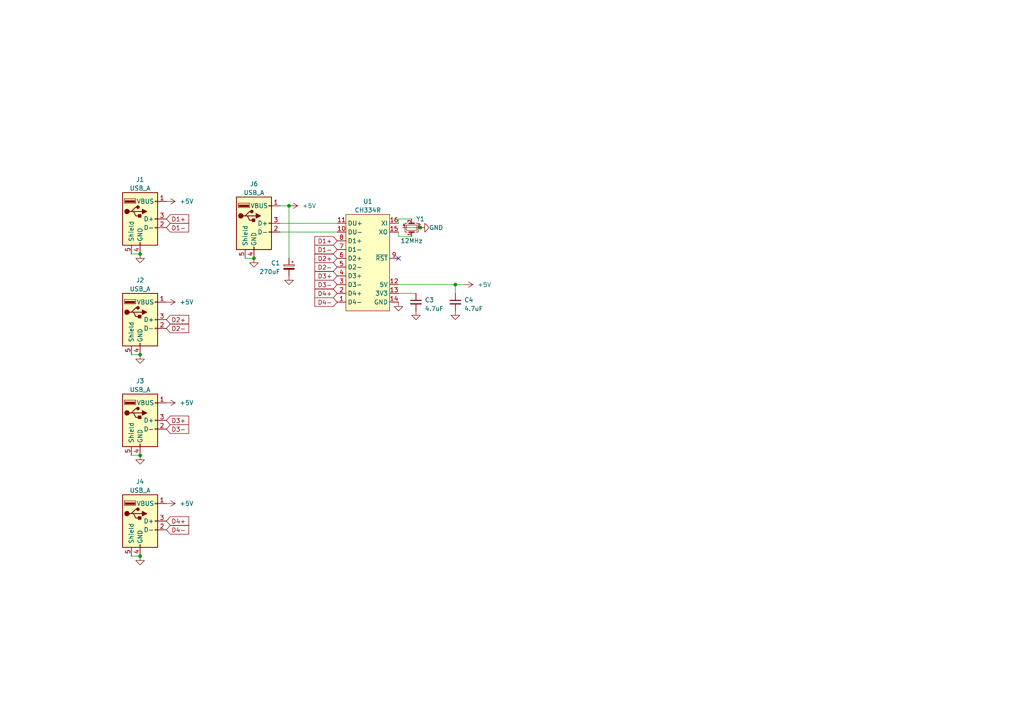
<source format=kicad_sch>
(kicad_sch (version 20231120) (generator "eeschema") (generator_version "8.0")
  (paper "A4")
  (title_block (title "USB Hub CH334 Card") (date "2024-07-09") (rev "1.0") (company "JetERA Creative"))
  (lib_symbols
    (symbol "Connector:USB_A" (pin_names (offset 1.016))
      (property "Reference" "J" (at -5.08 11.43 0))
      (property "Value" "USB_A" (at -5.08 8.89 0))
      (symbol "USB_A_0_1"
        (rectangle (start -5.08 -7.62) (end 5.08 7.62) (stroke (width 0.254)) (fill (type background)))
        (circle (center -3.81 2.159) (radius 0.635) (stroke (width 0.254)) (fill (type outline)))
        (rectangle (start -1.524 4.826) (end -4.318 5.334) (fill (type outline)))
        (rectangle (start -1.27 4.572) (end -4.572 5.842))
        (circle (center -0.635 3.429) (radius 0.381) (stroke (width 0.254)) (fill (type outline)))
        (rectangle (start -0.127 -7.62) (end 0.127 -6.858))
        (polyline (pts (xy -3.175 2.159) (xy -2.54 2.159) (xy -1.27 3.429) (xy -0.635 3.429)) (stroke (width 0.254)))
        (polyline (pts (xy -2.54 2.159) (xy -1.905 2.159) (xy -1.27 0.889) (xy 0 0.889)) (stroke (width 0.254)))
        (polyline (pts (xy 0.635 2.794) (xy 0.635 1.524) (xy 1.905 2.159) (xy 0.635 2.794)) (stroke (width 0.254)) (fill (type outline)))
        (rectangle (start 0.254 1.27) (end -0.508 0.508) (stroke (width 0.254)) (fill (type outline)))
        (rectangle (start 5.08 -2.667) (end 4.318 -2.413))
        (rectangle (start 5.08 -0.127) (end 4.318 0.127))
        (rectangle (start 5.08 4.953) (end 4.318 5.207))
      )
      (symbol "USB_A_1_1"
        (polyline (pts (xy -1.905 2.159) (xy 0.635 2.159)) (stroke (width 0.254)))
        (pin power_in line (at 7.62 5.08 180) (length 2.54) (name "VBUS") (number "1"))
        (pin bidirectional line (at 7.62 -2.54 180) (length 2.54) (name "D-") (number "2"))
        (pin bidirectional line (at 7.62 0 180) (length 2.54) (name "D+") (number "3"))
        (pin power_in line (at 0 -10.16 90) (length 2.54) (name "GND") (number "4"))
        (pin passive line (at -2.54 -10.16 90) (length 2.54) (name "Shield") (number "5"))
      )
    )
    (symbol "Device:C_Polarized_Small" (pin_numbers hide) (pin_names (offset 0.254) hide)
      (property "Reference" "C" (at 0.254 1.778 0))
      (property "Value" "C_Polarized_Small" (at 0.254 -2.032 0))
      (symbol "C_Polarized_Small_0_1"
        (rectangle (start -1.524 -0.3048) (end 1.524 -0.6858) (fill (type outline)))
        (rectangle (start -1.524 0.6858) (end 1.524 0.3048))
        (polyline (pts (xy -1.27 1.524) (xy -0.762 1.524)))
        (polyline (pts (xy -1.016 1.27) (xy -1.016 1.778)))
      )
      (symbol "C_Polarized_Small_1_1"
        (pin passive line (at 0 2.54 270) (length 1.8542) (name "~") (number "1"))
        (pin passive line (at 0 -2.54 90) (length 1.8542) (name "~") (number "2"))
      )
    )
    (symbol "Device:C_Small" (pin_numbers hide) (pin_names (offset 0.254) hide)
      (property "Reference" "C" (at 0.254 1.778 0))
      (property "Value" "C_Small" (at 0.254 -2.032 0))
      (symbol "C_Small_0_1"
        (polyline (pts (xy -1.524 -0.508) (xy 1.524 -0.508)) (stroke (width 0.3302)))
        (polyline (pts (xy -1.524 0.508) (xy 1.524 0.508)) (stroke (width 0.3048)))
      )
      (symbol "C_Small_1_1"
        (pin passive line (at 0 2.54 270) (length 2.032) (name "~") (number "1"))
        (pin passive line (at 0 -2.54 90) (length 2.032) (name "~") (number "2"))
      )
    )
    (symbol "Device:Crystal_GND24_Small" (pin_names (offset 1.016) hide)
      (property "Reference" "Y" (at 1.27 4.445 0))
      (property "Value" "Crystal_GND24_Small" (at 1.27 2.54 0))
      (symbol "Crystal_GND24_Small_0_1"
        (rectangle (start -0.762 -1.524) (end 0.762 1.524))
        (polyline (pts (xy -1.27 -0.762) (xy -1.27 0.762)) (stroke (width 0.381)))
        (polyline (pts (xy 1.27 -0.762) (xy 1.27 0.762)) (stroke (width 0.381)))
        (polyline (pts (xy -1.27 -1.27) (xy -1.27 -1.905) (xy 1.27 -1.905) (xy 1.27 -1.27)))
        (polyline (pts (xy -1.27 1.27) (xy -1.27 1.905) (xy 1.27 1.905) (xy 1.27 1.27)))
      )
      (symbol "Crystal_GND24_Small_1_1"
        (pin passive line (at -2.54 0 0) (length 1.27) (name "1") (number "1"))
        (pin passive line (at 0 -2.54 90) (length 0.635) (name "2") (number "2"))
        (pin passive line (at 2.54 0 180) (length 1.27) (name "3") (number "3"))
        (pin passive line (at 0 2.54 270) (length 0.635) (name "4") (number "4"))
      )
    )
    (symbol "WCH:CH334R"
      (property "Reference" "U" (at 0 16.51 0))
      (property "Value" "CH334R" (at 0 16.51 0))
      (symbol "CH334R_1_1"
        (rectangle (start -6.35 13.97) (end 6.35 -13.97) (fill (type background)))
        (pin bidirectional line (at -8.89 -11.43 0) (length 2.54) (name "D4-") (number "1"))
        (pin bidirectional line (at -8.89 8.89 0) (length 2.54) (name "DU-") (number "10"))
        (pin bidirectional line (at -8.89 11.43 0) (length 2.54) (name "DU+") (number "11"))
        (pin power_in line (at 8.89 -6.35 180) (length 2.54) (name "5V") (number "12"))
        (pin power_in line (at 8.89 -8.89 180) (length 2.54) (name "3V3") (number "13"))
        (pin power_in line (at 8.89 -11.43 180) (length 2.54) (name "GND") (number "14"))
        (pin passive line (at 8.89 8.89 180) (length 2.54) (name "XO") (number "15"))
        (pin passive line (at 8.89 11.43 180) (length 2.54) (name "XI") (number "16"))
        (pin bidirectional line (at -8.89 -8.89 0) (length 2.54) (name "D4+") (number "2"))
        (pin bidirectional line (at -8.89 -6.35 0) (length 2.54) (name "D3-") (number "3"))
        (pin bidirectional line (at -8.89 -3.81 0) (length 2.54) (name "D3+") (number "4"))
        (pin bidirectional line (at -8.89 -1.27 0) (length 2.54) (name "D2-") (number "5"))
        (pin bidirectional line (at -8.89 1.27 0) (length 2.54) (name "D2+") (number "6"))
        (pin bidirectional line (at -8.89 3.81 0) (length 2.54) (name "D1-") (number "7"))
        (pin bidirectional line (at -8.89 6.35 0) (length 2.54) (name "D1+") (number "8"))
        (pin input line (at 8.89 1.27 180) (length 2.54) (name "~{RST}") (number "9"))
      )
    )
    (symbol "power:+5V" (power) (pin_names (offset 0))
      (property "Value" "+5V" (at 0 3.556 0))
      (symbol "+5V_0_1"
        (polyline (pts (xy -0.762 1.27) (xy 0 2.54)))
        (polyline (pts (xy 0 0) (xy 0 2.54)))
        (polyline (pts (xy 0 2.54) (xy 0.762 1.27)))
      )
      (symbol "+5V_1_1"
        (pin power_in line (at 0 0 90) (length 0) hide (name "+5V") (number "1"))
      )
    )
    (symbol "power:GND" (power) (pin_names (offset 0))
      (property "Value" "GND" (at 0 -3.81 0))
      (symbol "GND_0_1"
        (polyline (pts (xy 0 0) (xy 0 -1.27) (xy 1.27 -1.27) (xy 0 -2.54) (xy -1.27 -1.27) (xy 0 -1.27)))
      )
      (symbol "GND_1_1"
        (pin power_in line (at 0 0 270) (length 0) hide (name "GND") (number "1"))
      )
    )
  )
  (junction (at 83.82 59.69))
  (junction (at 121.92 66.04))
  (junction (at 40.64 73.66))
  (junction (at 40.64 102.87))
  (junction (at 73.66 74.93))
  (junction (at 40.64 132.08))
  (junction (at 40.64 161.29))
  (junction (at 132.08 82.55))
  (no_connect (at 115.57 74.93))
  (wire (pts (xy 38.1 132.08) (xy 40.64 132.08)))
  (wire (pts (xy 119.38 68.58) (xy 115.57 68.58)))
  (wire (pts (xy 115.57 63.5) (xy 119.38 63.5)))
  (wire (pts (xy 115.57 63.5) (xy 115.57 64.77)))
  (wire (pts (xy 38.1 73.66) (xy 40.64 73.66)))
  (wire (pts (xy 71.12 74.93) (xy 73.66 74.93)))
  (wire (pts (xy 115.57 85.09) (xy 120.65 85.09)))
  (wire (pts (xy 116.84 66.04) (xy 121.92 66.04)))
  (wire (pts (xy 132.08 82.55) (xy 115.57 82.55)))
  (wire (pts (xy 83.82 59.69) (xy 81.28 59.69)))
  (wire (pts (xy 81.28 67.31) (xy 97.79 67.31)))
  (wire (pts (xy 115.57 68.58) (xy 115.57 67.31)))
  (wire (pts (xy 83.82 59.69) (xy 83.82 74.93)))
  (wire (pts (xy 38.1 102.87) (xy 40.64 102.87)))
  (wire (pts (xy 132.08 82.55) (xy 132.08 85.09)))
  (wire (pts (xy 134.62 82.55) (xy 132.08 82.55)))
  (wire (pts (xy 38.1 161.29) (xy 40.64 161.29)))
  (wire (pts (xy 81.28 64.77) (xy 97.79 64.77)))
  (global_label "D2-" (shape input) (at 97.79 77.47 180) (property "Intersheetrefs" "${INTERSHEET_REFS}" (effects (hide yes))))
  (global_label "D4-" (shape input) (at 48.26 153.67 0) (property "Intersheetrefs" "${INTERSHEET_REFS}" (effects (hide yes))))
  (global_label "D3+" (shape input) (at 97.79 80.01 180) (property "Intersheetrefs" "${INTERSHEET_REFS}" (effects (hide yes))))
  (global_label "D4+" (shape input) (at 48.26 151.13 0) (property "Intersheetrefs" "${INTERSHEET_REFS}" (effects (hide yes))))
  (global_label "D1+" (shape input) (at 48.26 63.5 0) (property "Intersheetrefs" "${INTERSHEET_REFS}" (effects (hide yes))))
  (global_label "D2-" (shape input) (at 48.26 95.25 0) (property "Intersheetrefs" "${INTERSHEET_REFS}" (effects (hide yes))))
  (global_label "D2+" (shape input) (at 97.79 74.93 180) (property "Intersheetrefs" "${INTERSHEET_REFS}" (effects (hide yes))))
  (global_label "D2+" (shape input) (at 48.26 92.71 0) (property "Intersheetrefs" "${INTERSHEET_REFS}" (effects (hide yes))))
  (global_label "D4+" (shape input) (at 97.79 85.09 180) (property "Intersheetrefs" "${INTERSHEET_REFS}" (effects (hide yes))))
  (global_label "D3-" (shape input) (at 97.79 82.55 180) (property "Intersheetrefs" "${INTERSHEET_REFS}" (effects (hide yes))))
  (global_label "D3-" (shape input) (at 48.26 124.46 0) (property "Intersheetrefs" "${INTERSHEET_REFS}" (effects (hide yes))))
  (global_label "D3+" (shape input) (at 48.26 121.92 0) (property "Intersheetrefs" "${INTERSHEET_REFS}" (effects (hide yes))))
  (global_label "D4-" (shape input) (at 97.79 87.63 180) (property "Intersheetrefs" "${INTERSHEET_REFS}" (effects (hide yes))))
  (global_label "D1-" (shape input) (at 97.79 72.39 180) (property "Intersheetrefs" "${INTERSHEET_REFS}" (effects (hide yes))))
  (global_label "D1-" (shape input) (at 48.26 66.04 0) (property "Intersheetrefs" "${INTERSHEET_REFS}" (effects (hide yes))))
  (global_label "D1+" (shape input) (at 97.79 69.85 180) (property "Intersheetrefs" "${INTERSHEET_REFS}" (effects (hide yes))))
  (symbol (lib_id "Connector:USB_A") (at 40.64 63.5 0) (unit 1)
    (property "Reference" "J1" (at 40.64 52.07 0))
    (property "Value" "USB_A" (at 40.64 54.61 0))
    (property "Footprint" "Connector_USB:USB_A_Stewart_SS-52100-001_Horizontal" (effects (hide yes)))
    (property "Datasheet" " ~" (effects (hide yes)))
  )
  (symbol (lib_id "power:GND") (at 115.57 87.63 0) (unit 1)
    (property "Reference" "#PWR016" (effects (hide yes)))
    (property "Value" "GND" (effects (hide yes)))
  )
  (symbol (lib_id "power:+5V") (at 48.26 87.63 270) (unit 1)
    (property "Reference" "#PWR06" (effects (hide yes)))
    (property "Value" "+5V" (at 52.07 87.63 90) (effects (justify left)))
  )
  (symbol (lib_id "Connector:USB_A") (at 73.66 64.77 0) (unit 1)
    (property "Reference" "J6" (at 73.66 53.34 0))
    (property "Value" "USB_A" (at 73.66 55.88 0))
    (property "Footprint" "Connector_USB:USB_A_Molex_48037-2200_Horizontal" (effects (hide yes)))
    (property "Datasheet" " ~" (effects (hide yes)))
  )
  (symbol (lib_id "power:GND") (at 40.64 132.08 0) (unit 1)
    (property "Reference" "#PWR03" (effects (hide yes)))
    (property "Value" "GND" (effects (hide yes)))
  )
  (symbol (lib_id "Connector:USB_A") (at 40.64 151.13 0) (unit 1)
    (property "Reference" "J4" (at 40.64 139.7 0))
    (property "Value" "USB_A" (at 40.64 142.24 0))
    (property "Footprint" "Connector_USB:USB_A_Stewart_SS-52100-001_Horizontal" (effects (hide yes)))
    (property "Datasheet" " ~" (effects (hide yes)))
  )
  (symbol (lib_id "power:GND") (at 120.65 90.17 0) (unit 1)
    (property "Reference" "#PWR017" (effects (hide yes)))
    (property "Value" "GND" (effects (hide yes)))
  )
  (symbol (lib_id "power:+5V") (at 134.62 82.55 270) (unit 1)
    (property "Reference" "#PWR020" (effects (hide yes)))
    (property "Value" "+5V" (at 138.43 82.55 90) (effects (justify left)))
  )
  (symbol (lib_id "power:+5V") (at 48.26 146.05 270) (unit 1)
    (property "Reference" "#PWR08" (effects (hide yes)))
    (property "Value" "+5V" (at 52.07 146.05 90) (effects (justify left)))
  )
  (symbol (lib_id "Connector:USB_A") (at 40.64 121.92 0) (unit 1)
    (property "Reference" "J3" (at 40.64 110.49 0))
    (property "Value" "USB_A" (at 40.64 113.03 0))
    (property "Footprint" "Connector_USB:USB_A_Stewart_SS-52100-001_Horizontal" (effects (hide yes)))
    (property "Datasheet" " ~" (effects (hide yes)))
  )
  (symbol (lib_id "power:GND") (at 40.64 73.66 0) (unit 1)
    (property "Reference" "#PWR01" (effects (hide yes)))
    (property "Value" "GND" (effects (hide yes)))
  )
  (symbol (lib_id "Device:Crystal_GND24_Small") (at 119.38 66.04 90) (unit 1)
    (property "Reference" "Y1" (at 121.92 63.5 90))
    (property "Value" "12MHz" (at 119.38 69.85 90))
    (property "Footprint" "Crystal:Crystal_SMD_3225-4Pin_3.2x2.5mm" (effects (hide yes)))
  )
  (symbol (lib_id "power:GND") (at 83.82 80.01 0) (unit 1)
    (property "Reference" "#PWR09" (effects (hide yes)))
    (property "Value" "GND" (effects (hide yes)))
  )
  (symbol (lib_id "power:GND") (at 121.92 66.04 90) (unit 1)
    (property "Reference" "#PWR018" (effects (hide yes)))
    (property "Value" "GND" (at 124.46 66.04 90) (effects (justify right)))
  )
  (symbol (lib_id "power:GND") (at 73.66 74.93 0) (unit 1)
    (property "Reference" "#PWR012" (effects (hide yes)))
    (property "Value" "GND" (effects (hide yes)))
  )
  (symbol (lib_id "power:GND") (at 40.64 161.29 0) (unit 1)
    (property "Reference" "#PWR04" (effects (hide yes)))
    (property "Value" "GND" (effects (hide yes)))
  )
  (symbol (lib_id "Device:C_Small") (at 120.65 87.63 0) (unit 1)
    (property "Reference" "C3" (at 123.19 87.0013 0) (effects (justify left)))
    (property "Value" "4.7uF" (at 123.19 89.5413 0) (effects (justify left)))
    (property "Footprint" "Capacitor_SMD:C_0805_2012Metric" (effects (hide yes)))
  )
  (symbol (lib_id "Connector:USB_A") (at 40.64 92.71 0) (unit 1)
    (property "Reference" "J2" (at 40.64 81.28 0))
    (property "Value" "USB_A" (at 40.64 83.82 0))
    (property "Footprint" "Connector_USB:USB_A_Stewart_SS-52100-001_Horizontal" (effects (hide yes)))
    (property "Datasheet" " ~" (effects (hide yes)))
  )
  (symbol (lib_id "WCH:CH334R") (at 106.68 76.2 0) (unit 1)
    (property "Reference" "U1" (at 106.68 58.42 0))
    (property "Value" "CH334R" (at 106.68 60.96 0))
    (property "Footprint" "Package_SO:QSOP-16_3.9x4.9mm_P0.635mm" (effects (hide yes)))
  )
  (symbol (lib_id "power:+5V") (at 48.26 116.84 270) (unit 1)
    (property "Reference" "#PWR07" (effects (hide yes)))
    (property "Value" "+5V" (at 52.07 116.84 90) (effects (justify left)))
  )
  (symbol (lib_id "Device:C_Small") (at 132.08 87.63 0) (unit 1)
    (property "Reference" "C4" (at 134.62 87.0013 0) (effects (justify left)))
    (property "Value" "4.7uF" (at 134.62 89.5413 0) (effects (justify left)))
    (property "Footprint" "Capacitor_SMD:C_0805_2012Metric" (effects (hide yes)))
  )
  (symbol (lib_id "power:GND") (at 132.08 90.17 0) (unit 1)
    (property "Reference" "#PWR019" (effects (hide yes)))
    (property "Value" "GND" (effects (hide yes)))
  )
  (symbol (lib_id "Device:C_Polarized_Small") (at 83.82 77.47 0) (mirror y) (unit 1)
    (property "Reference" "C1" (at 81.28 76.2889 0) (effects (justify left)))
    (property "Value" "270uF" (at 81.28 78.8289 0) (effects (justify left)))
    (property "Footprint" "Capacitor_THT:CP_Radial_D5.0mm_P2.50mm" (effects (hide yes)))
  )
  (symbol (lib_id "power:+5V") (at 48.26 58.42 270) (unit 1)
    (property "Reference" "#PWR05" (effects (hide yes)))
    (property "Value" "+5V" (at 52.07 58.42 90) (effects (justify left)))
  )
  (symbol (lib_id "power:+5V") (at 83.82 59.69 270) (unit 1)
    (property "Reference" "#PWR015" (effects (hide yes)))
    (property "Value" "+5V" (at 87.63 59.69 90) (effects (justify left)))
  )
  (symbol (lib_id "power:GND") (at 40.64 102.87 0) (unit 1)
    (property "Reference" "#PWR02" (effects (hide yes)))
    (property "Value" "GND" (effects (hide yes)))
  )
)
</source>
